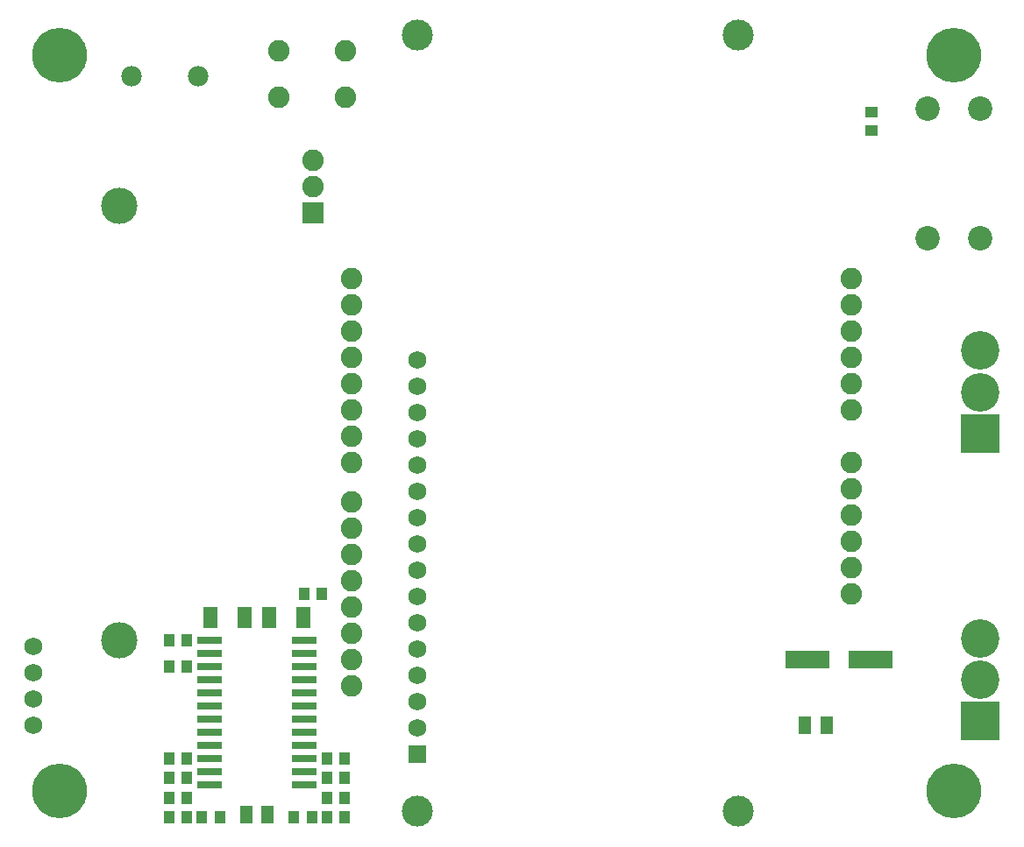
<source format=gts>
G75*
%MOIN*%
%OFA0B0*%
%FSLAX24Y24*%
%IPPOS*%
%LPD*%
%AMOC8*
5,1,8,0,0,1.08239X$1,22.5*
%
%ADD10C,0.2080*%
%ADD11R,0.0680X0.0680*%
%ADD12C,0.0680*%
%ADD13C,0.1182*%
%ADD14C,0.0780*%
%ADD15C,0.1464*%
%ADD16R,0.1464X0.1464*%
%ADD17C,0.0930*%
%ADD18C,0.0820*%
%ADD19R,0.0946X0.0316*%
%ADD20R,0.0560X0.0820*%
%ADD21R,0.0430X0.0500*%
%ADD22R,0.0460X0.0680*%
%ADD23R,0.1655X0.0710*%
%ADD24R,0.0820X0.0820*%
%ADD25R,0.0500X0.0430*%
%ADD26C,0.1379*%
D10*
X005060Y009950D03*
X005060Y037950D03*
X039060Y037950D03*
X039060Y009950D03*
D11*
X018658Y011352D03*
D12*
X018658Y012352D03*
X018658Y013352D03*
X018658Y014352D03*
X018658Y015352D03*
X018658Y016352D03*
X018658Y017352D03*
X018658Y018352D03*
X018658Y019352D03*
X018658Y020352D03*
X018658Y021352D03*
X018658Y022352D03*
X018658Y023352D03*
X018658Y024352D03*
X018658Y025352D03*
X018658Y026352D03*
X004060Y015450D03*
X004060Y014450D03*
X004060Y013450D03*
X004060Y012450D03*
D13*
X018658Y009186D03*
X030862Y009186D03*
X030862Y038714D03*
X018658Y038714D03*
D14*
X010340Y037150D03*
X007781Y037150D03*
D15*
X040060Y026714D03*
X040060Y025139D03*
X040060Y015775D03*
X040060Y014200D03*
D16*
X040060Y012625D03*
X040060Y023564D03*
D17*
X040044Y030989D03*
X038076Y030989D03*
X038076Y035911D03*
X040044Y035911D03*
D18*
X035160Y029450D03*
X035160Y028450D03*
X035160Y027450D03*
X035160Y026450D03*
X035160Y025450D03*
X035160Y024450D03*
X035160Y022450D03*
X035160Y021450D03*
X035160Y020450D03*
X035160Y019450D03*
X035160Y018450D03*
X035160Y017450D03*
X016160Y016950D03*
X016160Y017950D03*
X016160Y018950D03*
X016160Y019950D03*
X016160Y020950D03*
X016160Y022450D03*
X016160Y023450D03*
X016160Y024450D03*
X016160Y025450D03*
X016160Y026450D03*
X016160Y027450D03*
X016160Y028450D03*
X016160Y029450D03*
X014680Y032950D03*
X014680Y033950D03*
X015940Y036360D03*
X015940Y038140D03*
X013380Y038140D03*
X013380Y036360D03*
X016160Y015950D03*
X016160Y014950D03*
X016160Y013950D03*
D19*
X014371Y013700D03*
X014371Y014200D03*
X014371Y014700D03*
X014371Y015200D03*
X014371Y015700D03*
X014371Y013200D03*
X014371Y012700D03*
X014371Y012200D03*
X014371Y011700D03*
X014371Y011200D03*
X014371Y010700D03*
X014371Y010200D03*
X010749Y010200D03*
X010749Y010700D03*
X010749Y011200D03*
X010749Y011700D03*
X010749Y012200D03*
X010749Y012700D03*
X010749Y013200D03*
X010749Y013700D03*
X010749Y014200D03*
X010749Y014700D03*
X010749Y015200D03*
X010749Y015700D03*
D20*
X010785Y016575D03*
X012085Y016575D03*
X013035Y016575D03*
X014335Y016575D03*
D21*
X009220Y008950D03*
X009900Y008950D03*
X010470Y008950D03*
X011150Y008950D03*
X009900Y009700D03*
X009900Y010450D03*
X009220Y010450D03*
X009220Y009700D03*
X009220Y011200D03*
X009900Y011200D03*
X009900Y014700D03*
X009220Y014700D03*
X009220Y015700D03*
X009900Y015700D03*
X014345Y017450D03*
X015025Y017450D03*
X015220Y011200D03*
X015900Y011200D03*
X015900Y010450D03*
X015900Y009700D03*
X015220Y009700D03*
X015220Y010450D03*
X015220Y008950D03*
X014650Y008950D03*
X013970Y008950D03*
X015900Y008950D03*
D22*
X012970Y009075D03*
X012150Y009075D03*
X033400Y012450D03*
X034220Y012450D03*
D23*
X033484Y014950D03*
X035886Y014950D03*
D24*
X014680Y031950D03*
D25*
X035935Y035110D03*
X035935Y035790D03*
D26*
X007310Y032218D03*
X007310Y015682D03*
M02*

</source>
